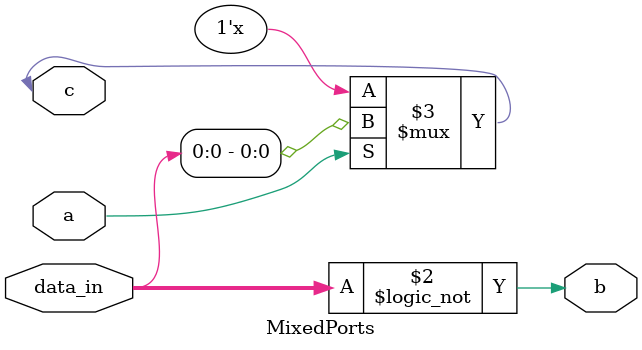
<source format=sv>
`define WIDTH 8

module MixedPorts(
  input logic a,
  output logic b,
  inout wire c,
  input logic [`WIDTH-1:0] data_in
);

  // Signal assignment using the macro-defined width port
  always_comb begin
    b = (data_in == 0);
  end

  // Tristate driver for the inout port using the input data
  assign c = a ? data_in[0] : 1'bz;

endmodule
</source>
